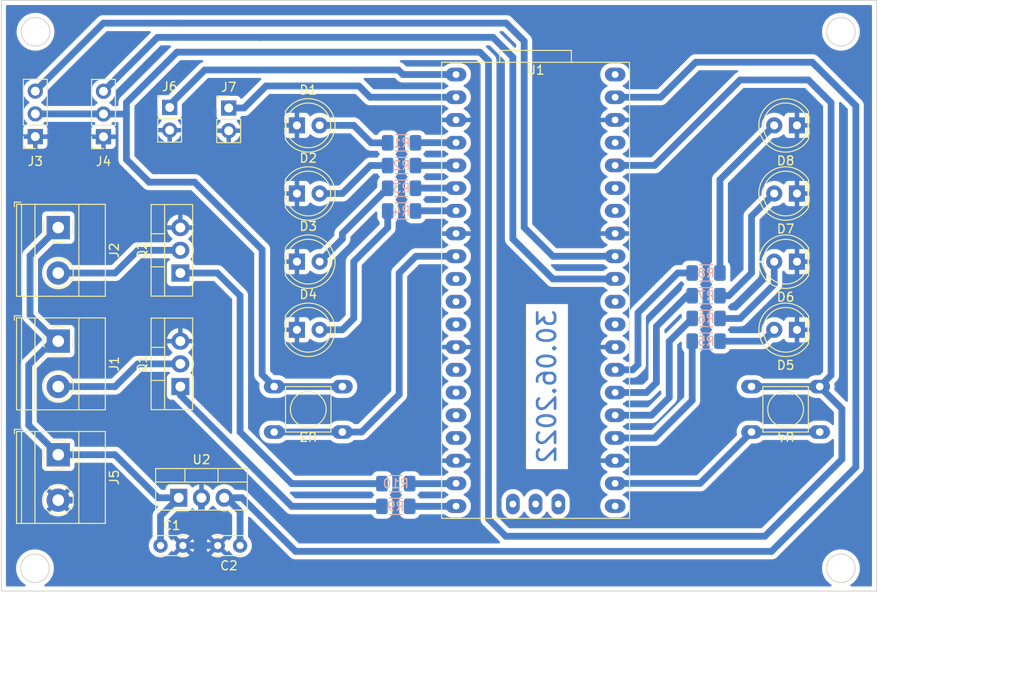
<source format=kicad_pcb>
(kicad_pcb (version 20211014) (generator pcbnew)
  (layers (0 "F.Cu" signal) (31 "B.Cu" signal) (34 "B.Paste" user) (35 "F.Paste" user) (36 "B.SilkS" user "B.Silkscreen") (37 "F.SilkS" user "F.Silkscreen") (38 "B.Mask" user) (39 "F.Mask" user) (44 "Edge.Cuts" user))
  (net 0 "")
  (net 1 "+12V")
  (net 2 "GND")
  (net 3 "+5V")
  (net 4 "Net-(D1-Pad2)")
  (net 5 "Net-(D2-Pad2)")
  (net 6 "Net-(D3-Pad2)")
  (net 7 "Net-(D4-Pad2)")
  (net 8 "Net-(D5-Pad2)")
  (net 9 "Net-(D6-Pad2)")
  (net 10 "Net-(D7-Pad2)")
  (net 11 "Net-(D8-Pad2)")
  (net 12 "Net-(J1-Pad2)")
  (net 13 "Net-(J2-Pad2)")
  (net 14 "+3V3")
  (net 15 "S1")
  (net 16 "Net-(Q1-Pad1)")
  (net 17 "Net-(Q2-Pad1)")
  (net 18 "LED_R1")
  (net 19 "LED_R2")
  (net 20 "LED_R3")
  (net 21 "LED_R4")
  (net 22 "LED_G1")
  (net 23 "LED_G2")
  (net 24 "LED_G3")
  (net 25 "LED_G4")
  (net 26 "BUTTON1")
  (net 27 "BUTTON2")
  (net 39 "WATER_LEVEL_SENSOR1")
  (net 40 "WATER_LEVEL_SENSOR2")
  (net 41 "S2")
  (net 42 "PUMP1")
  (net 43 "PUMP2")
  (footprint "Connector_PinHeader_2.54mm:PinHeader_1x02_P2.54mm_Vertical" (layer "F.Cu") (at 111.511496 72.922386)
    (fp_text reference "J6" (at 0 -2.33) (layer "F.SilkS"))
    (fp_text value "Water level sensor 1")
    (fp_line (start -1.33 3.87) (end 1.33 3.87) (layer "F.SilkS") (width 0.12))
    (fp_line (start 1.33 1.27) (end 1.33 3.87) (layer "F.SilkS") (width 0.12))
    (fp_line (start -1.33 1.27) (end -1.33 3.87) (layer "F.SilkS") (width 0.12))
    (fp_line (start -1.33 1.27) (end 1.33 1.27) (layer "F.SilkS") (width 0.12))
    (fp_line (start -1.33 -1.33) (end 0 -1.33) (layer "F.SilkS") (width 0.12))
    (fp_line (start -1.33 0) (end -1.33 -1.33) (layer "F.SilkS") (width 0.12))
    (pad "1" thru_hole rect (at 0 0) (size 1.7 1.7) (drill 1) (layers *.Cu *.Mask) (net 39 "WATER_LEVEL_SENSOR1"))
    (pad "2" thru_hole oval (at 0 2.54) (size 1.7 1.7) (drill 1) (layers *.Cu *.Mask) (net 2 "GND"))
  )
  (footprint "Capacitor_THT:C_Disc_D3.0mm_W2.0mm_P2.50mm" (layer "F.Cu") (at 110.49 121.92)
    (fp_text reference "C1" (at 1.25 -2.25) (layer "F.SilkS"))
    (fp_text value "100u")
    (fp_line (start -0.37 -1.12) (end 2.87 -1.12) (layer "F.SilkS") (width 0.12))
    (fp_line (start -0.37 1.12) (end 2.87 1.12) (layer "F.SilkS") (width 0.12))
    (fp_line (start 2.87 1.055) (end 2.87 1.12) (layer "F.SilkS") (width 0.12))
    (fp_line (start -0.37 -1.12) (end -0.37 -1.055) (layer "F.SilkS") (width 0.12))
    (fp_line (start -0.37 1.055) (end -0.37 1.12) (layer "F.SilkS") (width 0.12))
    (fp_line (start 2.87 -1.12) (end 2.87 -1.055) (layer "F.SilkS") (width 0.12))
    (pad "1" thru_hole circle (at 0 0) (size 1.6 1.6) (drill 0.8) (layers *.Cu *.Mask) (net 1 "+12V"))
    (pad "2" thru_hole circle (at 2.5 0) (size 1.6 1.6) (drill 0.8) (layers *.Cu *.Mask) (net 2 "GND"))
  )
  (footprint "RaspberryPi:raspberry pi pico" (layer "F.Cu") (at 152.4 69.245)
    (fp_text reference "U1" (at 0 -0.5 unlocked) (layer "F.SilkS"))
    (fp_text value "pi pico")
    (fp_line (start -4 -2.7) (end 4 -2.7) (layer "F.SilkS") (width 0.12))
    (fp_line (start -4 -1.37) (end -4 -2.7) (layer "F.SilkS") (width 0.12))
    (fp_line (start 4 -2.7) (end 4 -1.37) (layer "F.SilkS") (width 0.12))
    (fp_rect (start -10.5 -1.37) (end 10.5 49.63) (layer "F.SilkS") (width 0.12) (fill none))
    (pad "1" thru_hole oval (at -8.89 0) (size 2.3 1.524) (drill 0.762) (layers *.Cu *.Mask) (net 39 "WATER_LEVEL_SENSOR1"))
    (pad "2" thru_hole oval (at -8.89 2.54) (size 2.3 1.524) (drill 0.762) (layers *.Cu *.Mask) (net 40 "WATER_LEVEL_SENSOR2"))
    (pad "3" thru_hole oval (at -8.89 5.08) (size 2.3 1.524) (drill 0.762) (layers *.Cu *.Mask) (net 2 "GND"))
    (pad "4" thru_hole oval (at -8.89 7.62) (size 2.3 1.524) (drill 0.762) (layers *.Cu *.Mask) (net 18 "LED_R1"))
    (pad "5" thru_hole oval (at -8.89 10.16) (size 2.3 1.524) (drill 0.762) (layers *.Cu *.Mask) (net 19 "LED_R2"))
    (pad "6" thru_hole oval (at -8.89 12.7) (size 2.3 1.524) (drill 0.762) (layers *.Cu *.Mask) (net 20 "LED_R3"))
    (pad "7" thru_hole oval (at -8.89 15.24) (size 2.3 1.524) (drill 0.762) (layers *.Cu *.Mask) (net 21 "LED_R4"))
    (pad "8" thru_hole oval (at -8.89 17.78) (size 2.3 1.524) (drill 0.762) (layers *.Cu *.Mask) (net 2 "GND"))
    (pad "9" thru_hole oval (at -8.89 20.32) (size 2.3 1.524) (drill 0.762) (layers *.Cu *.Mask) (net 26 "BUTTON1"))
    (pad "10" thru_hole oval (at -8.89 22.86) (size 2.3 1.524) (drill 0.762) (layers *.Cu *.Mask))
    (pad "11" thru_hole oval (at -8.89 25.4) (size 2.3 1.524) (drill 0.762) (layers *.Cu *.Mask))
    (pad "12" thru_hole oval (at -8.89 27.94) (size 2.3 1.524) (drill 0.762) (layers *.Cu *.Mask))
    (pad "13" thru_hole oval (at -8.89 30.48) (size 2.3 1.524) (drill 0.762) (layers *.Cu *.Mask) (net 2 "GND"))
    (pad "14" thru_hole oval (at -8.89 33.02) (size 2.3 1.524) (drill 0.762) (layers *.Cu *.Mask))
    (pad "15" thru_hole oval (at -8.89 35.56) (size 2.3 1.524) (drill 0.762) (layers *.Cu *.Mask))
    (pad "16" thru_hole oval (at -8.89 38.1) (size 2.3 1.524) (drill 0.762) (layers *.Cu *.Mask))
    (pad "17" thru_hole oval (at -8.89 40.64) (size 2.3 1.524) (drill 0.762) (layers *.Cu *.Mask))
    (pad "18" thru_hole oval (at -8.89 43.18) (size 2.3 1.524) (drill 0.762) (layers *.Cu *.Mask) (net 2 "GND"))
    (pad "19" thru_hole oval (at -8.89 45.72) (size 2.3 1.524) (drill 0.762) (layers *.Cu *.Mask) (net 43 "PUMP2"))
    (pad "20" thru_hole oval (at -8.89 48.26) (size 2.3 1.524) (drill 0.762) (layers *.Cu *.Mask) (net 42 "PUMP1"))
    (pad "21" thru_hole oval (at 8.89 48.26) (size 2.3 1.524) (drill 0.762) (layers *.Cu *.Mask))
    (pad "22" thru_hole oval (at 8.89 45.72) (size 2.3 1.524) (drill 0.762) (layers *.Cu *.Mask) (net 27 "BUTTON2"))
    (pad "23" thru_hole oval (at 8.89 43.18) (size 2.3 1.524) (drill 0.762) (layers *.Cu *.Mask) (net 2 "GND"))
    (pad "24" thru_hole oval (at 8.89 40.64) (size 2.3 1.524) (drill 0.762) (layers *.Cu *.Mask) (net 22 "LED_G1"))
    (pad "25" thru_hole oval (at 8.89 38.1) (size 2.3 1.524) (drill 0.762) (layers *.Cu *.Mask) (net 23 "LED_G2"))
    (pad "26" thru_hole oval (at 8.89 35.56) (size 2.3 1.524) (drill 0.762) (layers *.Cu *.Mask) (net 24 "LED_G3"))
    (pad "27" thru_hole oval (at 8.89 33.02) (size 2.3 1.524) (drill 0.762) (layers *.Cu *.Mask) (net 25 "LED_G4"))
    (pad "28" thru_hole oval (at 8.89 30.48) (size 2.3 1.524) (drill 0.762) (layers *.Cu *.Mask) (net 2 "GND"))
    (pad "29" thru_hole oval (at 8.89 27.94) (size 2.3 1.524) (drill 0.762) (layers *.Cu *.Mask))
    (pad "30" thru_hole oval (at 8.89 25.4) (size 2.3 1.524) (drill 0.762) (layers *.Cu *.Mask))
    (pad "31" thru_hole oval (at 8.89 22.86) (size 2.3 1.524) (drill 0.762) (layers *.Cu *.Mask) (net 41 "S2"))
    (pad "32" thru_hole oval (at 8.89 20.32) (size 2.3 1.524) (drill 0.762) (layers *.Cu *.Mask) (net 15 "S1"))
    (pad "33" thru_hole oval (at 8.89 17.78) (size 2.3 1.524) (drill 0.762) (layers *.Cu *.Mask) (net 2 "GND"))
    (pad "34" thru_hole oval (at 8.89 15.24) (size 2.3 1.524) (drill 0.762) (layers *.Cu *.Mask))
    (pad "35" thru_hole oval (at 8.89 12.7) (size 2.3 1.524) (drill 0.762) (layers *.Cu *.Mask))
    (pad "36" thru_hole oval (at 8.89 10.16) (size 2.3 1.524) (drill 0.762) (layers *.Cu *.Mask) (net 14 "+3V3"))
    (pad "37" thru_hole oval (at 8.89 7.62) (size 2.3 1.524) (drill 0.762) (layers *.Cu *.Mask))
    (pad "38" thru_hole oval (at 8.89 5.08) (size 2.3 1.524) (drill 0.762) (layers *.Cu *.Mask) (net 2 "GND"))
    (pad "39" thru_hole oval (at 8.89 2.54) (size 2.3 1.524) (drill 0.762) (layers *.Cu *.Mask) (net 3 "+5V"))
    (pad "40" thru_hole oval (at 8.89 0) (size 2.3 1.524) (drill 0.762) (layers *.Cu *.Mask))
    (pad "41" thru_hole oval (at -2.54 48.03 90) (size 2.3 1.524) (drill 0.762) (layers *.Cu *.Mask))
    (pad "42" thru_hole oval (at 0 48.03 90) (size 2.3 1.524) (drill 0.762) (layers *.Cu *.Mask))
    (pad "43" thru_hole oval (at 2.54 48.03 90) (size 2.3 1.524) (drill 0.762) (layers *.Cu *.Mask))
  )
  (footprint "TerminalBlock_Phoenix:TerminalBlock_Phoenix_MKDS-1,5-2-5.08_1x02_P5.08mm_Horizontal" (layer "F.Cu") (at 99.06 99.06 -90)
    (fp_text reference "J1" (at 2.54 -6.26 90) (layer "F.SilkS"))
    (fp_text value "P1")
    (fp_line (start -2.6 -5.261) (end 7.68 -5.261) (layer "F.SilkS") (width 0.12))
    (fp_line (start 4.046 1.239) (end 4.011 1.274) (layer "F.SilkS") (width 0.12))
    (fp_line (start -2.6 -5.261) (end -2.6 4.66) (layer "F.SilkS") (width 0.12))
    (fp_line (start -2.6 2.6) (end 7.68 2.6) (layer "F.SilkS") (width 0.12))
    (fp_line (start 3.853 1.023) (end 3.806 1.069) (layer "F.SilkS") (width 0.12))
    (fp_line (start -2.84 4.16) (end -2.84 4.9) (layer "F.SilkS") (width 0.12))
    (fp_line (start -2.6 -2.301) (end 7.68 -2.301) (layer "F.SilkS") (width 0.12))
    (fp_line (start -2.6 4.1) (end 7.68 4.1) (layer "F.SilkS") (width 0.12))
    (fp_line (start 7.68 -5.261) (end 7.68 4.66) (layer "F.SilkS") (width 0.12))
    (fp_line (start -2.84 4.9) (end -2.34 4.9) (layer "F.SilkS") (width 0.12))
    (fp_line (start -2.6 4.66) (end 7.68 4.66) (layer "F.SilkS") (width 0.12))
    (fp_line (start 6.15 -1.275) (end 6.115 -1.239) (layer "F.SilkS") (width 0.12))
    (fp_line (start 6.355 -1.069) (end 6.308 -1.023) (layer "F.SilkS") (width 0.12))
    (fp_arc (start 1.535427 -0.683042) (mid 1.680501 0.000524) (end 1.535 0.684) (layer "F.SilkS") (width 0.12))
    (fp_arc (start 0.683318 1.534756) (mid 0.349292 1.643288) (end 0 1.68) (layer "F.SilkS") (width 0.12))
    (fp_arc (start 0.028805 1.680253) (mid -0.335551 1.646659) (end -0.684 1.535) (layer "F.SilkS") (width 0.12))
    (fp_arc (start -0.683042 -1.535427) (mid 0.000524 -1.680501) (end 0.684 -1.535) (layer "F.SilkS") (width 0.12))
    (fp_arc (start -1.535427 0.683042) (mid -1.680501 -0.000524) (end -1.535 -0.684) (layer "F.SilkS") (width 0.12))
    (fp_circle (center 5.08 0) (end 6.76 0) (layer "F.SilkS") (width 0.12) (fill none))
    (pad "1" thru_hole rect (at 0 0 270) (size 2.6 2.6) (drill 1.3) (layers *.Cu *.Mask) (net 1 "+12V"))
    (pad "2" thru_hole circle (at 5.08 0 270) (size 2.6 2.6) (drill 1.3) (layers *.Cu *.Mask) (net 12 "Net-(J1-Pad2)"))
  )
  (footprint "Package_TO_SOT_THT:TO-220-3_Vertical" (layer "F.Cu") (at 112.705 104.14 90)
    (fp_text reference "Q1" (at 2.54 -4.27 90) (layer "F.SilkS"))
    (fp_text value "IRFZ44N")
    (fp_line (start -2.58 1.371) (end 7.66 1.371) (layer "F.SilkS") (width 0.12))
    (fp_line (start 0.69 -3.27) (end 0.69 -1.76) (layer "F.SilkS") (width 0.12))
    (fp_line (start -2.58 -1.76) (end 7.66 -1.76) (layer "F.SilkS") (width 0.12))
    (fp_line (start 7.66 -3.27) (end 7.66 1.371) (layer "F.SilkS") (width 0.12))
    (fp_line (start -2.58 -3.27) (end -2.58 1.371) (layer "F.SilkS") (width 0.12))
    (fp_line (start 4.391 -3.27) (end 4.391 -1.76) (layer "F.SilkS") (width 0.12))
    (fp_line (start -2.58 -3.27) (end 7.66 -3.27) (layer "F.SilkS") (width 0.12))
    (pad "1" thru_hole rect (at 0 0 90) (size 1.905 2) (drill 1.1) (layers *.Cu *.Mask) (net 16 "Net-(Q1-Pad1)"))
    (pad "2" thru_hole oval (at 2.54 0 90) (size 1.905 2) (drill 1.1) (layers *.Cu *.Mask) (net 12 "Net-(J1-Pad2)"))
    (pad "3" thru_hole oval (at 5.08 0 90) (size 1.905 2) (drill 1.1) (layers *.Cu *.Mask) (net 2 "GND"))
  )
  (footprint "Connector_PinHeader_2.54mm:PinHeader_1x02_P2.54mm_Vertical" (layer "F.Cu") (at 118.11 72.986714)
    (fp_text reference "J7" (at 0 -2.33) (layer "F.SilkS"))
    (fp_text value "Water level sensor 2")
    (fp_line (start -1.33 1.27) (end 1.33 1.27) (layer "F.SilkS") (width 0.12))
    (fp_line (start -1.33 1.27) (end -1.33 3.87) (layer "F.SilkS") (width 0.12))
    (fp_line (start 1.33 1.27) (end 1.33 3.87) (layer "F.SilkS") (width 0.12))
    (fp_line (start -1.33 3.87) (end 1.33 3.87) (layer "F.SilkS") (width 0.12))
    (fp_line (start -1.33 -1.33) (end 0 -1.33) (layer "F.SilkS") (width 0.12))
    (fp_line (start -1.33 0) (end -1.33 -1.33) (layer "F.SilkS") (width 0.12))
    (pad "1" thru_hole rect (at 0 0) (size 1.7 1.7) (drill 1) (layers *.Cu *.Mask) (net 40 "WATER_LEVEL_SENSOR2"))
    (pad "2" thru_hole oval (at 0 2.54) (size 1.7 1.7) (drill 1) (layers *.Cu *.Mask) (net 2 "GND"))
  )
  (footprint "TerminalBlock_Phoenix:TerminalBlock_Phoenix_MKDS-1,5-2-5.08_1x02_P5.08mm_Horizontal" (layer "F.Cu") (at 99.06 86.36 -90)
    (fp_text reference "J2" (at 2.54 -6.26 90) (layer "F.SilkS"))
    (fp_text value "P2")
    (fp_line (start -2.6 4.1) (end 7.68 4.1) (layer "F.SilkS") (width 0.12))
    (fp_line (start 7.68 -5.261) (end 7.68 4.66) (layer "F.SilkS") (width 0.12))
    (fp_line (start 3.853 1.023) (end 3.806 1.069) (layer "F.SilkS") (width 0.12))
    (fp_line (start -2.6 -2.301) (end 7.68 -2.301) (layer "F.SilkS") (width 0.12))
    (fp_line (start -2.6 -5.261) (end 7.68 -5.261) (layer "F.SilkS") (width 0.12))
    (fp_line (start 4.046 1.239) (end 4.011 1.274) (layer "F.SilkS") (width 0.12))
    (fp_line (start -2.6 2.6) (end 7.68 2.6) (layer "F.SilkS") (width 0.12))
    (fp_line (start 6.15 -1.275) (end 6.115 -1.239) (layer "F.SilkS") (width 0.12))
    (fp_line (start -2.6 4.66) (end 7.68 4.66) (layer "F.SilkS") (width 0.12))
    (fp_line (start -2.6 -5.261) (end -2.6 4.66) (layer "F.SilkS") (width 0.12))
    (fp_line (start -2.84 4.9) (end -2.34 4.9) (layer "F.SilkS") (width 0.12))
    (fp_line (start 6.355 -1.069) (end 6.308 -1.023) (layer "F.SilkS") (width 0.12))
    (fp_line (start -2.84 4.16) (end -2.84 4.9) (layer "F.SilkS") (width 0.12))
    (fp_arc (start 0.028805 1.680253) (mid -0.335551 1.646659) (end -0.684 1.535) (layer "F.SilkS") (width 0.12))
    (fp_arc (start -0.683042 -1.535427) (mid 0.000524 -1.680501) (end 0.684 -1.535) (layer "F.SilkS") (width 0.12))
    (fp_arc (start 1.535427 -0.683042) (mid 1.680501 0.000524) (end 1.535 0.684) (layer "F.SilkS") (width 0.12))
    (fp_arc (start -1.535427 0.683042) (mid -1.680501 -0.000524) (end -1.535 -0.684) (layer "F.SilkS") (width 0.12))
    (fp_arc (start 0.683318 1.534756) (mid 0.349292 1.643288) (end 0 1.68) (layer "F.SilkS") (width 0.12))
    (fp_circle (center 5.08 0) (end 6.76 0) (layer "F.SilkS") (width 0.12) (fill none))
    (pad "1" thru_hole rect (at 0 0 270) (size 2.6 2.6) (drill 1.3) (layers *.Cu *.Mask) (net 1 "+12V"))
    (pad "2" thru_hole circle (at 5.08 0 270) (size 2.6 2.6) (drill 1.3) (layers *.Cu *.Mask) (net 13 "Net-(J2-Pad2)"))
  )
  (footprint "TerminalBlock_Phoenix:TerminalBlock_Phoenix_MKDS-1,5-2-5.08_1x02_P5.08mm_Horizontal" (layer "F.Cu") (at 99.06 111.76 -90)
    (fp_text reference "J5" (at 2.54 -6.26 90) (layer "F.SilkS"))
    (fp_text value "IN")
    (fp_line (start -2.84 4.16) (end -2.84 4.9) (layer "F.SilkS") (width 0.12))
    (fp_line (start -2.6 4.66) (end 7.68 4.66) (layer "F.SilkS") (width 0.12))
    (fp_line (start -2.84 4.9) (end -2.34 4.9) (layer "F.SilkS") (width 0.12))
    (fp_line (start 4.046 1.239) (end 4.011 1.274) (layer "F.SilkS") (width 0.12))
    (fp_line (start 6.15 -1.275) (end 6.115 -1.239) (layer "F.SilkS") (width 0.12))
    (fp_line (start -2.6 -2.301) (end 7.68 -2.301) (layer "F.SilkS") (width 0.12))
    (fp_line (start -2.6 2.6) (end 7.68 2.6) (layer "F.SilkS") (width 0.12))
    (fp_line (start -2.6 -5.261) (end -2.6 4.66) (layer "F.SilkS") (width 0.12))
    (fp_line (start -2.6 -5.261) (end 7.68 -5.261) (layer "F.SilkS") (width 0.12))
    (fp_line (start -2.6 4.1) (end 7.68 4.1) (layer "F.SilkS") (width 0.12))
    (fp_line (start 3.853 1.023) (end 3.806 1.069) (layer "F.SilkS") (width 0.12))
    (fp_line (start 7.68 -5.261) (end 7.68 4.66) (layer "F.SilkS") (width 0.12))
    (fp_line (start 6.355 -1.069) (end 6.308 -1.023) (layer "F.SilkS") (width 0.12))
    (fp_arc (start 1.535427 -0.683042) (mid 1.680501 0.000524) (end 1.535 0.684) (layer "F.SilkS") (width 0.12))
    (fp_arc (start -1.535427 0.683042) (mid -1.680501 -0.000524) (end -1.535 -0.684) (layer "F.SilkS") (width 0.12))
    (fp_arc (start 0.028805 1.680253) (mid -0.335551 1.646659) (end -0.684 1.535) (layer "F.SilkS") (width 0.12))
    (fp_arc (start -0.683042 -1.535427) (mid 0.000524 -1.680501) (end 0.684 -1.535) (layer "F.SilkS") (width 0.12))
    (fp_arc (start 0.683318 1.534756) (mid 0.349292 1.643288) (end 0 1.68) (layer "F.SilkS") (width 0.12))
    (fp_circle (center 5.08 0) (end 6.76 0) (layer "F.SilkS") (width 0.12) (fill none))
    (pad "1" thru_hole rect (at 0 0 270) (size 2.6 2.6) (drill 1.3) (layers *.Cu *.Mask) (net 1 "+12V"))
    (pad "2" thru_hole circle (at 5.08 0 270) (size 2.6 2.6) (drill 1.3) (layers *.Cu *.Mask) (net 2 "GND"))
  )
  (footprint "LED_THT:LED_D5.0mm" (layer "F.Cu") (at 181.61 82.55 180)
    (fp_text reference "D7" (at 1.27 -3.96) (layer "F.SilkS"))
    (fp_text value "LED")
    (fp_line (start -1.29 -1.545) (end -1.29 1.545) (layer "F.SilkS") (width 0.12))
    (fp_arc (start -1.29 -1.54483) (mid 2.072002 -2.880433) (end 4.26 0.000462) (layer "F.SilkS") (width 0.12))
    (fp_arc (start 4.26 -0.000462) (mid 2.072002 2.880433) (end -1.29 1.54483) (layer "F.SilkS") (width 0.12))
    (fp_circle (center 1.27 0) (end 3.77 0) (layer "F.SilkS") (width 0.12) (fill none))
    (pad "1" thru_hole rect (at 0 0 180) (size 1.8 1.8) (drill 0.9) (layers *.Cu *.Mask) (net 2 "GND"))
    (pad "2" thru_hole circle (at 2.54 0 180) (size 1.8 1.8) (drill 0.9) (layers *.Cu *.Mask) (net 10 "Net-(D7-Pad2)"))
  )
  (footprint "Connector_PinSocket_2.54mm:PinSocket_1x03_P2.54mm_Vertical" (layer "F.Cu") (at 104.115 76.2 180)
    (fp_text reference "J4" (at 0 -2.77) (layer "F.SilkS"))
    (fp_text value "s2")
    (fp_line (start 1.33 -1.33) (end 1.33 0) (layer "F.SilkS") (width 0.12))
    (fp_line (start 1.33 1.27) (end 1.33 6.41) (layer "F.SilkS") (width 0.12))
    (fp_line (start -1.33 6.41) (end 1.33 6.41) (layer "F.SilkS") (width 0.12))
    (fp_line (start 0 -1.33) (end 1.33 -1.33) (layer "F.SilkS") (width 0.12))
    (fp_line (start -1.33 1.27) (end 1.33 1.27) (layer "F.SilkS") (width 0.12))
    (fp_line (start -1.33 1.27) (end -1.33 6.41) (layer "F.SilkS") (width 0.12))
    (pad "1" thru_hole rect (at 0 0 180) (size 1.7 1.7) (drill 1) (layers *.Cu *.Mask) (net 2 "GND"))
    (pad "2" thru_hole oval (at 0 2.54 180) (size 1.7 1.7) (drill 1) (layers *.Cu *.Mask) (net 14 "+3V3"))
    (pad "3" thru_hole oval (at 0 5.08 180) (size 1.7 1.7) (drill 1) (layers *.Cu *.Mask) (net 41 "S2"))
  )
  (footprint "LED_THT:LED_D5.0mm" (layer "F.Cu") (at 181.61 97.79 180)
    (fp_text reference "D5" (at 1.27 -3.96) (layer "F.SilkS"))
    (fp_text value "LED")
    (fp_line (start -1.29 -1.545) (end -1.29 1.545) (layer "F.SilkS") (width 0.12))
    (fp_arc (start -1.29 -1.54483) (mid 2.072002 -2.880433) (end 4.26 0.000462) (layer "F.SilkS") (width 0.12))
    (fp_arc (start 4.26 -0.000462) (mid 2.072002 2.880433) (end -1.29 1.54483) (layer "F.SilkS") (width 0.12))
    (fp_circle (center 1.27 0) (end 3.77 0) (layer "F.SilkS") (width 0.12) (fill none))
    (pad "1" thru_hole rect (at 0 0 180) (size 1.8 1.8) (drill 0.9) (layers *.Cu *.Mask) (net 2 "GND"))
    (pad "2" thru_hole circle (at 2.54 0 180) (size 1.8 1.8) (drill 0.9) (layers *.Cu *.Mask) (net 8 "Net-(D5-Pad2)"))
  )
  (footprint "LED_THT:LED_D5.0mm" (layer "F.Cu") (at 181.61 90.17 180)
    (fp_text reference "D6" (at 1.27 -3.96) (layer "F.SilkS"))
    (fp_text value "LED")
    (fp_line (start -1.29 -1.545) (end -1.29 1.545) (layer "F.SilkS") (width 0.12))
    (fp_arc (start 4.26 -0.000462) (mid 2.072002 2.880433) (end -1.29 1.54483) (layer "F.SilkS") (width 0.12))
    (fp_arc (start -1.29 -1.54483) (mid 2.072002 -2.880433) (end 4.26 0.000462) (layer "F.SilkS") (width 0.12))
    (fp_circle (center 1.27 0) (end 3.77 0) (layer "F.SilkS") (width 0.12) (fill none))
    (pad "1" thru_hole rect (at 0 0 180) (size 1.8 1.8) (drill 0.9) (layers *.Cu *.Mask) (net 2 "GND"))
    (pad "2" thru_hole circle (at 2.54 0 180) (size 1.8 1.8) (drill 0.9) (layers *.Cu *.Mask) (net 9 "Net-(D6-Pad2)"))
  )
  (footprint "LED_THT:LED_D5.0mm" (layer "F.Cu") (at 125.73 82.55)
    (fp_text reference "D2" (at 1.27 -3.96) (layer "F.SilkS"))
    (fp_text value "LED")
    (fp_line (start -1.29 -1.545) (end -1.29 1.545) (layer "F.SilkS") (width 0.12))
    (fp_arc (start -1.29 -1.54483) (mid 2.072002 -2.880433) (end 4.26 0.000462) (layer "F.SilkS") (width 0.12))
    (fp_arc (start 4.26 -0.000462) (mid 2.072002 2.880433) (end -1.29 1.54483) (layer "F.SilkS") (width 0.12))
    (fp_circle (center 1.27 0) (end 3.77 0) (layer "F.SilkS") (width 0.12) (fill none))
    (pad "1" thru_hole rect (at 0 0) (size 1.8 1.8) (drill 0.9) (layers *.Cu *.Mask) (net 2 "GND"))
    (pad "2" thru_hole circle (at 2.54 0) (size 1.8 1.8) (drill 0.9) (layers *.Cu *.Mask) (net 5 "Net-(D2-Pad2)"))
  )
  (footprint "Capacitor_THT:C_Disc_D3.0mm_W2.0mm_P2.50mm" (layer "F.Cu") (at 119.38 121.92 180)
    (fp_text reference "C2" (at 1.25 -2.25) (layer "F.SilkS"))
    (fp_text value "10u")
    (fp_line (start 2.87 -1.12) (end 2.87 -1.055) (layer "F.SilkS") (width 0.12))
    (fp_line (start -0.37 -1.12) (end 2.87 -1.12) (layer "F.SilkS") (width 0.12))
    (fp_line (start -0.37 1.055) (end -0.37 1.12) (layer "F.SilkS") (width 0.12))
    (fp_line (start 2.87 1.055) (end 2.87 1.12) (layer "F.SilkS") (width 0.12))
    (fp_line (start -0.37 -1.12) (end -0.37 -1.055) (layer "F.SilkS") (width 0.12))
    (fp_line (start -0.37 1.12) (end 2.87 1.12) (layer "F.SilkS") (width 0.12))
    (pad "1" thru_hole circle (at 0 0 180) (size 1.6 1.6) (drill 0.8) (layers *.Cu *.Mask) (net 3 "+5V"))
    (pad "2" thru_hole circle (at 2.5 0 180) (size 1.6 1.6) (drill 0.8) (layers *.Cu *.Mask) (net 2 "GND"))
  )
  (footprint "casual_components:tact_switch" (layer "F.Cu") (at 127 109.22 180)
    (fp_text reference "U3" (at 0 -0.5 180 unlocked) (layer "F.SilkS"))
    (fp_text value "tact_switch")
    (fp_line (start -2.54 5.08) (end 2.54 5.08) (layer "F.SilkS") (width 0.12))
    (fp_line (start 2.54 5.08) (end 2.54 0) (layer "F.SilkS") (width 0.12))
    (fp_line (start -2.54 0) (end -2.54 5.08) (layer "F.SilkS") (width 0.12))
    (fp_line (start 2.54 0) (end -2.54 0) (layer "F.SilkS") (width 0.12))
    (fp_circle (center 0 2.54) (end 2 2.54) (layer "F.SilkS") (width 0.12) (fill none))
    (pad "1" thru_hole oval (at -3.81 5.08 180) (size 2.3 1.524) (drill 0.85) (layers *.Cu *.Mask) (net 14 "+3V3"))
    (pad "2" thru_hole oval (at 3.81 5.08 180) (size 2.3 1.524) (drill 0.85) (layers *.Cu *.Mask) (net 14 "+3V3"))
    (pad "3" thru_hole oval (at -3.81 0 180) (size 2.3 1.524) (drill 0.85) (layers *.Cu *.Mask) (net 26 "BUTTON1"))
    (pad "4" thru_hole oval (at 3.81 0 180) (size 2.3 1.524) (drill 0.85) (layers *.Cu *.Mask) (net 26 "BUTTON1"))
  )
  (footprint "LED_THT:LED_D5.0mm" (layer "F.Cu") (at 125.73 97.79)
    (fp_text reference "D4" (at 1.27 -3.96) (layer "F.SilkS"))
    (fp_text value "LED")
    (fp_line (start -1.29 -1.545) (end -1.29 1.545) (layer "F.SilkS") (width 0.12))
    (fp_arc (start -1.29 -1.54483) (mid 2.072002 -2.880433) (end 4.26 0.000462) (layer "F.SilkS") (width 0.12))
    (fp_arc (start 4.26 -0.000462) (mid 2.072002 2.880433) (end -1.29 1.54483) (layer "F.SilkS") (width 0.12))
    (fp_circle (center 1.27 0) (end 3.77 0) (layer "F.SilkS") (width 0.12) (fill none))
    (pad "1" thru_hole rect (at 0 0) (size 1.8 1.8) (drill 0.9) (layers *.Cu *.Mask) (net 2 "GND"))
    (pad "2" thru_hole circle (at 2.54 0) (size 1.8 1.8) (drill 0.9) (layers *.Cu *.Mask) (net 7 "Net-(D4-Pad2)"))
  )
  (footprint "Connector_PinSocket_2.54mm:PinSocket_1x03_P2.54mm_Vertical" (layer "F.Cu") (at 96.495 76.185 180)
    (fp_text reference "J3" (at 0 -2.77) (layer "F.SilkS"))
    (fp_text value "s1")
    (fp_line (start -1.33 6.41) (end 1.33 6.41) (layer "F.SilkS") (width 0.12))
    (fp_line (start 1.33 -1.33) (end 1.33 0) (layer "F.SilkS") (width 0.12))
    (fp_line (start 1.33 1.27) (end 1.33 6.41) (layer "F.SilkS") (width 0.12))
    (fp_line (start -1.33 1.27) (end -1.33 6.41) (layer "F.SilkS") (width 0.12))
    (fp_line (start -1.33 1.27) (end 1.33 1.27) (layer "F.SilkS") (width 0.12))
    (fp_line (start 0 -1.33) (end 1.33 -1.33) (layer "F.SilkS") (width 0.12))
    (pad "1" thru_hole rect (at 0 0 180) (size 1.7 1.7) (drill 1) (layers *.Cu *.Mask) (net 2 "GND"))
    (pad "2" thru_hole oval (at 0 2.54 180) (size 1.7 1.7) (drill 1) (layers *.Cu *.Mask) (net 14 "+3V3"))
    (pad "3" thru_hole oval (at 0 5.08 180) (size 1.7 1.7) (drill 1) (layers *.Cu *.Mask) (net 15 "S1"))
  )
  (footprint "LED_THT:LED_D5.0mm" (layer "F.Cu") (at 125.73 74.93)
    (fp_text reference "D1" (at 1.27 -3.96) (layer "F.SilkS"))
    (fp_text value "LED")
    (fp_line (start -1.29 -1.545) (end -1.29 1.545) (layer "F.SilkS") (width 0.12))
    (fp_arc (start -1.29 -1.54483) (mid 2.072002 -2.880433) (end 4.26 0.000462) (layer "F.SilkS") (width 0.12))
    (fp_arc (start 4.26 -0.000462) (mid 2.072002 2.880433) (end -1.29 1.54483) (layer "F.SilkS") (width 0.12))
    (fp_circle (center 1.27 0) (end 3.77 0) (layer "F.SilkS") (width 0.12) (fill none))
    (pad "1" thru_hole rect (at 0 0) (size 1.8 1.8) (drill 0.9) (layers *.Cu *.Mask) (net 2 "GND"))
    (pad "2" thru_hole circle (at 2.54 0) (size 1.8 1.8) (drill 0.9) (layers *.Cu *.Mask) (net 4 "Net-(D1-Pad2)"))
  )
  (footprint "Package_TO_SOT_THT:TO-220-3_Vertical" (layer "F.Cu") (at 112.705 91.44 90)
    (fp_text reference "Q2" (at 2.54 -4.27 90) (layer "F.SilkS"))
    (fp_text value "IRFZ44N")
    (fp_line (start -2.58 -1.76) (end 7.66 -1.76) (layer "F.SilkS") (width 0.12))
    (fp_line (start -2.58 -3.27) (end -2.58 1.371) (layer "F.SilkS") (width 0.12))
    (fp_line (start 7.66 -3.27) (end 7.66 1.371) (layer "F.SilkS") (width 0.12))
    (fp_line (start 4.391 -3.27) (end 4.391 -1.76) (layer "F.SilkS") (width 0.12))
    (fp_line (start 0.69 -3.27) (end 0.69 -1.76) (layer "F.SilkS") (width 0.12))
    (fp_line (start -2.58 1.371) (end 7.66 1.371) (layer "F.SilkS") (width 0.12))
    (fp_line (start -2.58 -3.27) (end 7.66 -3.27) (layer "F.SilkS") (width 0.12))
    (pad "1" thru_hole rect (at 0 0 90) (size 1.905 2) (drill 1.1) (layers *.Cu *.Mask) (net 17 "Net-(Q2-Pad1)"))
    (pad "2" thru_hole oval (at 2.54 0 90) (size 1.905 2) (drill 1.1) (layers *.Cu *.Mask) (net 13 "Net-(J2-Pad2)"))
    (pad "3" thru_hole oval (at 5.08 0 90) (size 1.905 2) (drill 1.1) (layers *.Cu *.Mask) (net 2 "GND"))
  )
  (footprint "LED_THT:LED_D5.0mm" (layer "F.Cu") (at 181.61 74.93 180)
    (fp_text reference "D8" (at 1.27 -3.96) (layer "F.SilkS"))
    (fp_text value "LED")
    (fp_line (start -1.29 -1.545) (end -1.29 1.545) (layer "F.SilkS") (width 0.12))
    (fp_arc (start -1.29 -1.54483) (mid 2.072002 -2.880433) (end 4.26 0.000462) (layer "F.SilkS") (width 0.12))
    (fp_arc (start 4.26 -0.000462) (mid 2.072002 2.880433) (end -1.29 1.54483) (layer "F.SilkS") (width 0.12))
    (fp_circle (center 1.27 0) (end 3.77 0) (layer "F.SilkS") (width 0.12) (fill none))
    (pad "1" thru_hole rect (at 0 0 180) (size 1.8 1.8) (drill 0.9) (layers *.Cu *.Mask) (net 2 "GND"))
    (pad "2" thru_hole circle (at 2.54 0 180) (size 1.8 1.8) (drill 0.9) (layers *.Cu *.Mask) (net 11 "Net-(D8-Pad2)"))
  )
  (footprint "Package_TO_SOT_THT:TO-220-3_Vertical" (layer "F.Cu") (at 112.525728 116.575321)
    (fp_text reference "U2" (at 2.54 -4.27) (layer "F.SilkS"))
    (fp_text value "L7805")
    (fp_line (start 7.66 -3.27) (end 7.66 1.371) (layer "F.SilkS") (width 0.12))
    (fp_line (start 0.69 -3.27) (end 0.69 -1.76) (layer "F.SilkS") (width 0.12))
    (fp_line (start -2.58 -1.76) (end 7.66 -1.76) (layer "F.SilkS") (width 0.12))
    (fp_line (start 4.391 -3.27) (end 4.391 -1.76) (layer "F.SilkS") (width 0.12))
    (fp_line (start -2.58 -3.27) (end -2.58 1.371) (layer "F.SilkS") (width 0.12))
    (fp_line (start -2.58 1.371) (end 7.66 1.371) (layer "F.SilkS") (width 0.12))
    (fp_line (start -2.58 -3.27) (end 7.66 -3.27) (layer "F.SilkS") (width 0.12))
    (pad "1" thru_hole rect (at 0 0) (size 1.905 2) (drill 1.1) (layers *.Cu *.Mask) (net 1 "+12V"))
    (pad "2" thru_hole oval (at 2.54 0) (size 1.905 2) (drill 1.1) (layers *.Cu *.Mask) (net 2 "GND"))
    (pad "3" thru_hole oval (at 5.08 0) (size 1.905 2) (drill 1.1) (layers *.Cu *.Mask) (net 3 "+5V"))
  )
  (footprint "casual_components:tact_switch" (layer "F.Cu") (at 180.34 109.22 180)
    (fp_text reference "U4" (at 0 -0.5 180 unlocked) (layer "F.SilkS"))
    (fp_text value "tact_switch")
    (fp_line (start 2.54 0) (end -2.54 0) (layer "F.SilkS") (width 0.12))
    (fp_line (start -2.54 0) (end -2.54 5.08) (layer "F.SilkS") (width 0.12))
    (fp_line (start -2.54 5.08) (end 2.54 5.08) (layer "F.SilkS") (width 0.12))
    (fp_line (start 2.54 5.08) (end 2.54 0) (layer "F.SilkS") (width 0.12))
    (fp_circle (center 0 2.54) (end 2 2.54) (layer "F.SilkS") (width 0.12) (fill none))
    (pad "1" thru_hole oval (at -3.81 5.08 180) (size 2.3 1.524) (drill 0.85) (layers *.Cu *.Mask) (net 14 "+3V3"))
    (pad "2" thru_hole oval (at 3.81 5.08 180) (size 2.3 1.524) (drill 0.85) (layers *.Cu *.Mask) (net 14 "+3V3"))
    (pad "3" thru_hole oval (at -3.81 0 180) (size 2.3 1.524) (drill 0.85) (layers *.Cu *.Mask) (net 27 "BUTTON2"))
    (pad "4" thru_hole oval (at 3.81 0 180) (size 2.3 1.524) (drill 0.85) (layers *.Cu *.Mask) (net 27 "BUTTON2"))
  )
  (footprint "LED_THT:LED_D5.0mm" (layer "F.Cu") (at 125.73 90.17)
    (fp_text reference "D3" (at 1.27 -3.96) (layer "F.SilkS"))
    (fp_text value "LED")
    (fp_line (start -1.29 -1.545) (end -1.29 1.545) (layer "F.SilkS") (width 0.12))
    (fp_arc (start -1.29 -1.54483) (mid 2.072002 -2.880433) (end 4.26 0.000462) (layer "F.SilkS") (width 0.12))
    (fp_arc (start 4.26 -0.000462) (mid 2.072002 2.880433) (end -1.29 1.54483) (layer "F.SilkS") (width 0.12))
    (fp_circle (center 1.27 0) (end 3.77 0) (layer "F.SilkS") (width 0.12) (fill none))
    (pad "1" thru_hole rect (at 0 0) (size 1.8 1.8) (drill 0.9) (layers *.Cu *.Mask) (net 2 "GND"))
    (pad "2" thru_hole circle (at 2.54 0) (size 1.8 1.8) (drill 0.9) (layers *.Cu *.Mask) (net 6 "Net-(D3-Pad2)"))
  )
  (footprint "Resistor_SMD:R_1206_3216Metric_Pad1.30x1.75mm_HandSolder" (layer "B.Cu") (at 137.424001 79.421503 180)
    (fp_text reference "R2" (at 0 0) (layer "B.SilkS") (effects (justify mirror)))
    (fp_text value "330")
    (fp_line (start -0.727064 0.91) (end 0.727064 0.91) (layer "B.SilkS") (width 0.12))
    (fp_line (start -0.727064 -0.91) (end 0.727064 -0.91) (layer "B.SilkS") (width 0.12))
    (pad "1" smd roundrect (at -1.55 0 180) (size 1.3 1.75) (layers "B.Cu" "B.Paste" "B.Mask") (roundrect_rratio 0.192308) (net 19 "LED_R2"))
    (pad "2" smd roundrect (at 1.55 0 180) (size 1.3 1.75) (layers "B.Cu" "B.Paste" "B.Mask") (roundrect_rratio 0.192308) (net 5 "Net-(D2-Pad2)"))
  )
  (footprint "Resistor_SMD:R_1206_3216Metric_Pad1.30x1.75mm_HandSolder" (layer "B.Cu") (at 171.45 99.06)
    (fp_text reference "R5" (at 0 0) (layer "B.SilkS") (effects (justify mirror)))
    (fp_text value "250")
    (fp_line (start -0.727064 0.91) (end 0.727064 0.91) (layer "B.SilkS") (width 0.12))
    (fp_line (start -0.727064 -0.91) (end 0.727064 -0.91) (layer "B.SilkS") (width 0.12))
    (pad "1" smd roundrect (at -1.55 0) (size 1.3 1.75) (layers "B.Cu" "B.Paste" "B.Mask") (roundrect_rratio 0.192308) (net 22 "LED_G1"))
    (pad "2" smd roundrect (at 1.55 0) (size 1.3 1.75) (layers "B.Cu" "B.Paste" "B.Mask") (roundrect_rratio 0.192308) (net 8 "Net-(D5-Pad2)"))
  )
  (footprint "Resistor_SMD:R_1206_3216Metric_Pad1.30x1.75mm_HandSolder" (layer "B.Cu") (at 171.45 93.98)
    (fp_text reference "R7" (at 0 0) (layer "B.SilkS") (effects (justify mirror)))
    (fp_text value "250")
    (fp_line (start -0.727064 0.91) (end 0.727064 0.91) (layer "B.SilkS") (width 0.12))
    (fp_line (start -0.727064 -0.91) (end 0.727064 -0.91) (layer "B.SilkS") (width 0.12))
    (pad "1" smd roundrect (at -1.55 0) (size 1.3 1.75) (layers "B.Cu" "B.Paste" "B.Mask") (roundrect_rratio 0.192308) (net 24 "LED_G3"))
    (pad "2" smd roundrect (at 1.55 0) (size 1.3 1.75) (layers "B.Cu" "B.Paste" "B.Mask") (roundrect_rratio 0.192308) (net 10 "Net-(D7-Pad2)"))
  )
  (footprint "Resistor_SMD:R_1206_3216Metric_Pad1.30x1.75mm_HandSolder" (layer "B.Cu") (at 136.779443 114.99198)
    (fp_text reference "R10" (at 0 0) (layer "B.SilkS") (effects (justify mirror)))
    (fp_text value "10k")
    (fp_line (start -0.727064 0.91) (end 0.727064 0.91) (layer "B.SilkS") (width 0.12))
    (fp_line (start -0.727064 -0.91) (end 0.727064 -0.91) (layer "B.SilkS") (width 0.12))
    (pad "1" smd roundrect (at -1.55 0) (size 1.3 1.75) (layers "B.Cu" "B.Paste" "B.Mask") (roundrect_rratio 0.192308) (net 17 "Net-(Q2-Pad1)"))
    (pad "2" smd roundrect (at 1.55 0) (size 1.3 1.75) (layers "B.Cu" "B.Paste" "B.Mask") (roundrect_rratio 0.192308) (net 43 "PUMP2"))
  )
  (footprint "Resistor_SMD:R_1206_3216Metric_Pad1.30x1.75mm_HandSolder" (layer "B.Cu") (at 137.424001 81.961503 180)
    (fp_text reference "R3" (at 0 0) (layer "B.SilkS") (effects (justify mirror)))
    (fp_text value "330")
    (fp_line (start -0.727064 -0.91) (end 0.727064 -0.91) (layer "B.SilkS") (width 0.12))
    (fp_line (start -0.727064 0.91) (end 0.727064 0.91) (layer "B.SilkS") (width 0.12))
    (pad "1" smd roundrect (at -1.55 0 180) (size 1.3 1.75) (layers "B.Cu" "B.Paste" "B.Mask") (roundrect_rratio 0.192308) (net 20 "LED_R3"))
    (pad "2" smd roundrect (at 1.55 0 180) (size 1.3 1.75) (layers "B.Cu" "B.Paste" "B.Mask") (roundrect_rratio 0.192308) (net 6 "Net-(D3-Pad2)"))
  )
  (footprint "Resistor_SMD:R_1206_3216Metric_Pad1.30x1.75mm_HandSolder" (layer "B.Cu") (at 171.45 91.44)
    (fp_text reference "R8" (at 0 0) (layer "B.SilkS") (effects (justify mirror)))
    (fp_text value "250")
    (fp_line (start -0.727064 -0.91) (end 0.727064 -0.91) (layer "B.SilkS") (width 0.12))
    (fp_line (start -0.727064 0.91) (end 0.727064 0.91) (layer "B.SilkS") (width 0.12))
    (pad "1" smd roundrect (at -1.55 0) (size 1.3 1.75) (layers "B.Cu" "B.Paste" "B.Mask") (roundrect_rratio 0.192308) (net 25 "LED_G4"))
    (pad "2" smd roundrect (at 1.55 0) (size 1.3 1.75) (layers "B.Cu" "B.Paste" "B.Mask") (roundrect_rratio 0.192308) (net 11 "Net-(D8-Pad2)"))
  )
  (footprint "Resistor_SMD:R_1206_3216Metric_Pad1.30x1.75mm_HandSolder" (layer "B.Cu") (at 136.779443 117.53198)
    (fp_text reference "R9" (at 0 0) (layer "B.SilkS") (effects (justify mirror)))
    (fp_text value "10k")
    (fp_line (start -0.727064 0.91) (end 0.727064 0.91) (layer "B.SilkS") (width 0.12))
    (fp_line (start -0.727064 -0.91) (end 0.727064 -0.91) (layer "B.SilkS") (width 0.12))
    (pad "1" smd roundrect (at -1.55 0) (size 1.3 1.75) (layers "B.Cu" "B.Paste" "B.Mask") (roundrect_rratio 0.192308) (net 16 "Net-(Q1-Pad1)"))
    (pad "2" smd roundrect (at 1.55 0) (size 1.3 1.75) (layers "B.Cu" "B.Paste" "B.Mask") (roundrect_rratio 0.192308) (net 42 "PUMP1"))
  )
  (footprint "Resistor_SMD:R_1206_3216Metric_Pad1.30x1.75mm_HandSolder" (layer "B.Cu") (at 137.424001 84.501503 180)
    (fp_text reference "R4" (at 0 0) (layer "B.SilkS") (effects (justify mirror)))
    (fp_text value "330")
    (fp_line (start -0.727064 -0.91) (end 0.727064 -0.91) (layer "B.SilkS") (width 0.12))
    (fp_line (start -0.727064 0.91) (end 0.727064 0.91) (layer "B.SilkS") (width 0.12))
    (pad "1" smd roundrect (at -1.55 0 180) (size 1.3 1.75) (layers "B.Cu" "B.Paste" "B.Mask") (roundrect_rratio 0.192308) (net 21 "LED_R4"))
    (pad "2" smd roundrect (at 1.55 0 180) (size 1.3 1.75) (layers "B.Cu" "B.Paste" "B.Mask") (roundrect_rratio 0.192308) (net 7 "Net-(D4-Pad2)"))
  )
  (footprint "Resistor_SMD:R_1206_3216Metric_Pad1.30x1.75mm_HandSolder" (layer "B.Cu") (at 171.45 96.52)
    (fp_text reference "R6" (at 0 0) (layer "B.SilkS") (effects (justify mirror)))
    (fp_text value "250")
    (fp_line (start -0.727064 -0.91) (end 0.727064 -0.91) (layer "B.SilkS") (width 0.12))
    (fp_line (start -0.727064 0.91) (end 0.727064 0.91) (layer "B.SilkS") (width 0.12))
    (pad "1" smd roundrect (at -1.55 0) (size 1.3 1.75) (layers "B.Cu" "B.Paste" "B.Mask") (roundrect_rratio 0.192308) (net 23 "LED_G2"))
    (pad "2" smd roundrect (at 1.55 0) (size 1.3 1.75) (layers "B.Cu" "B.Paste" "B.Mask") (roundrect_rratio 0.192308) (net 9 "Net-(D6-Pad2)"))
  )
  (footprint "Resistor_SMD:R_1206_3216Metric_Pad1.30x1.75mm_HandSolder" (layer "B.Cu") (at 137.424001 76.881503 180)
    (fp_text reference "R1" (at 0 0) (layer "B.SilkS") (effects (justify mirror)))
    (fp_text value "330")
    (fp_line (start -0.727064 0.91) (end 0.727064 0.91) (layer "B.SilkS") (width 0.12))
    (fp_line (start -0.727064 -0.91) (end 0.727064 -0.91) (layer "B.SilkS") (width 0.12))
    (pad "1" smd roundrect (at -1.55 0 180) (size 1.3 1.75) (layers "B.Cu" "B.Paste" "B.Mask") (roundrect_rratio 0.192308) (net 18 "LED_R1"))
    (pad "2" smd roundrect (at 1.55 0 180) (size 1.3 1.75) (layers "B.Cu" "B.Paste" "B.Mask") (roundrect_rratio 0.192308) (net 4 "Net-(D1-Pad2)"))
  )
  (gr_circle (center 96.52 64.46) (end 98.12 64.46) (layer "Edge.Cuts") (width 0.1) (fill none))
  (gr_circle (center 96.46 124.46) (end 98.06 124.46) (layer "Edge.Cuts") (width 0.1) (fill none))
  (gr_rect (start 92.71 60.96) (end 190.5 127) (layer "Edge.Cuts") (width 0.1) (fill none))
  (gr_circle (center 186.52 124.46) (end 188.12 124.46) (layer "Edge.Cuts") (width 0.1) (fill none))
  (gr_circle (center 186.52 64.46) (end 188.12 64.46) (layer "Edge.Cuts") (width 0.1) (fill none))
  (gr_text "30.06.2022" (at 153.67 104.14 90) (layer "B.Cu") (effects (font (size 2 2) (thickness 0.3)) (justify mirror)))
  (segment (start 95.761094 108.461094) (end 95.761094 101.715288) (width 0.762) (layer "B.Cu") (net 1))
  (segment (start 95.912752 96.205049) (end 98.767703 99.06) (width 0.762) (layer "B.Cu") (net 1))
  (segment (start 99.06 111.76) (end 95.761094 108.461094) (width 0.762) (layer "B.Cu") (net 1))
  (segment (start 110.225321 116.575321) (end 112.525728 116.575321) (width 0.762) (layer "B.Cu") (net 1))
  (segment (start 110.49 118.611049) (end 112.525728 116.575321) (width 0.762) (layer "B.Cu") (net 1))
  (segment (start 95.761094 101.715288) (end 98.416382 99.06) (width 0.762) (layer "B.Cu") (net 1))
  (segment (start 110.49 121.92) (end 110.49 118.611049) (width 0.762) (layer "B.Cu") (net 1))
  (segment (start 99.06 111.76) (end 105.41 111.76) (width 0.762) (layer "B.Cu") (net 1))
  (segment (start 95.912752 89.507248) (end 95.912752 96.205049) (width 0.762) (layer "B.Cu") (net 1))
  (segment (start 99.06 86.36) (end 95.912752 89.507248) (width 0.762) (layer "B.Cu") (net 1))
  (segment (start 98.767703 99.06) (end 99.06 99.06) (width 0.762) (layer "B.Cu") (net 1))
  (segment (start 98.416382 99.06) (end 99.06 99.06) (width 0.762) (layer "B.Cu") (net 1))
  (segment (start 105.41 111.76) (end 110.225321 116.575321) (width 0.762) (layer "B.Cu") (net 1))
  (segment (start 115.08431 121.92) (end 115.08431 123.74214) (width 0.762) (layer "B.Cu") (net 2))
  (segment (start 102.196297 119.338411) (end 102.196297 117.925322) (width 0.762) (layer "B.Cu") (net 2))
  (segment (start 115.08431 123.74214) (end 113.798498 125.027952) (width 0.762) (layer "B.Cu") (net 2))
  (segment (start 115.065728 121.415728) (end 115.57 121.92) (width 0.762) (layer "B.Cu") (net 2))
  (segment (start 115.065728 116.575321) (end 115.065728 121.415728) (width 0.762) (layer "B.Cu") (net 2))
  (segment (start 115.57 121.92) (end 115.08431 121.92) (width 0.762) (layer "B.Cu") (net 2))
  (segment (start 102.196297 117.925322) (end 101.110975 116.84) (width 0.762) (layer "B.Cu") (net 2))
  (segment (start 115.08431 121.92) (end 112.99 121.92) (width 0.762) (layer "B.Cu") (net 2))
  (segment (start 107.885838 125.027952) (end 102.196297 119.338411) (width 0.762) (layer "B.Cu") (net 2))
  (segment (start 113.798498 125.027952) (end 107.885838 125.027952) (width 0.762) (layer "B.Cu") (net 2))
  (segment (start 101.110975 116.84) (end 99.06 116.84) (width 0.762) (layer "B.Cu") (net 2))
  (segment (start 116.88 121.92) (end 115.57 121.92) (width 0.762) (layer "B.Cu") (net 2))
  (segment (start 188.186975 113.147139) (end 188.186975 72.733696) (width 0.762) (layer "B.Cu") (net 3))
  (segment (start 119.589968 116.575321) (end 125.58387 122.569223) (width 0.762) (layer "B.Cu") (net 3))
  (segment (start 183.323829 67.87055) (end 170.29134 67.87055) (width 0.762) (layer "B.Cu") (net 3))
  (segment (start 170.29134 67.87055) (end 166.37689 71.785) (width 0.762) (layer "B.Cu") (net 3))
  (segment (start 125.58387 122.569223) (end 178.764891 122.569223) (width 0.762) (layer "B.Cu") (net 3))
  (segment (start 117.845321 116.575321) (end 119.38 118.11) (width 0.762) (layer "B.Cu") (net 3))
  (segment (start 117.605728 116.575321) (end 119.589968 116.575321) (width 0.762) (layer "B.Cu") (net 3))
  (segment (start 119.38 118.11) (end 119.38 121.92) (width 0.762) (layer "B.Cu") (net 3))
  (segment (start 166.37689 71.785) (end 161.29 71.785) (width 0.762) (layer "B.Cu") (net 3))
  (segment (start 117.605728 116.575321) (end 117.845321 116.575321) (width 0.762) (layer "B.Cu") (net 3))
  (segment (start 188.186975 72.733696) (end 183.323829 67.87055) (width 0.762) (layer "B.Cu") (net 3))
  (segment (start 178.764891 122.569223) (end 188.186975 113.147139) (width 0.762) (layer "B.Cu") (net 3))
  (segment (start 134.031503 76.881503) (end 132.08 74.93) (width 0.762) (layer "B.Cu") (net 4))
  (segment (start 132.08 74.93) (end 128.27 74.93) (width 0.762) (layer "B.Cu") (net 4))
  (segment (start 135.874001 76.881503) (end 134.031503 76.881503) (width 0.762) (layer "B.Cu") (net 4))
  (segment (start 130.81 82.55) (end 128.27 82.55) (width 0.762) (layer "B.Cu") (net 5))
  (segment (start 133.938497 79.421503) (end 130.81 82.55) (width 0.762) (layer "B.Cu") (net 5))
  (segment (start 135.874001 79.421503) (end 133.938497 79.421503) (width 0.762) (layer "B.Cu") (net 5))
  (segment (start 130.81 87.63) (end 128.27 90.17) (width 0.762) (layer "B.Cu") (net 6))
  (segment (start 130.81 87.025504) (end 130.81 87.63) (width 0.762) (layer "B.Cu") (net 6))
  (segment (start 135.874001 81.961503) (end 130.81 87.025504) (width 0.762) (layer "B.Cu") (net 6))
  (segment (start 135.874001 86.375999) (end 132.08 90.17) (width 0.762) (layer "B.Cu") (net 7))
  (segment (start 132.08 90.17) (end 132.08 96.52) (width 0.762) (layer "B.Cu") (net 7))
  (segment (start 132.08 96.52) (end 130.81 97.79) (width 0.762) (layer "B.Cu") (net 7))
  (segment (start 135.874001 84.501503) (end 135.874001 86.375999) (width 0.762) (layer "B.Cu") (net 7))
  (segment (start 130.81 97.79) (end 128.27 97.79) (width 0.762) (layer "B.Cu") (net 7))
  (segment (start 173 99.06) (end 177.8 99.06) (width 0.762) (layer "B.Cu") (net 8))
  (segment (start 177.8 99.06) (end 179.07 97.79) (width 0.762) (layer "B.Cu") (net 8))
  (segment (start 179.07 92.71) (end 179.07 90.17) (width 0.762) (layer "B.Cu") (net 9))
  (segment (start 175.26 96.52) (end 179.07 92.71) (width 0.762) (layer "B.Cu") (net 9))
  (segment (start 173 96.52) (end 175.26 96.52) (width 0.762) (layer "B.Cu") (net 9))
  (segment (start 173.99 93.98) (end 176.53 91.44) (width 0.762) (layer "B.Cu") (net 10))
  (segment (start 173 93.98) (end 173.99 93.98) (width 0.762) (layer "B.Cu") (net 10))
  (segment (start 176.53 85.09) (end 179.07 82.55) (width 0.762) (layer "B.Cu") (net 10))
  (segment (start 176.53 91.44) (end 176.53 85.09) (width 0.762) (layer "B.Cu") (net 10))
  (segment (start 173 91.44) (end 173 81) (width 0.762) (layer "B.Cu") (net 11))
  (segment (start 173 81) (end 179.07 74.93) (width 0.762) (layer "B.Cu") (net 11))
  (segment (start 105.41 104.14) (end 107.95 101.6) (width 0.762) (layer "B.Cu") (net 12))
  (segment (start 99.06 104.14) (end 105.41 104.14) (width 0.762) (layer "B.Cu") (net 12))
  (segment (start 107.95 101.6) (end 112.705 101.6) (width 0.762) (layer "B.Cu") (net 12))
  (segment (start 105.41 91.44) (end 107.95 88.9) (width 0.762) (layer "B.Cu") (net 13))
  (segment (start 107.95 88.9) (end 112.705 88.9) (width 0.762) (layer "B.Cu") (net 13))
  (segment (start 99.06 91.44) (end 105.41 91.44) (width 0.762) (layer "B.Cu") (net 13))
  (segment (start 104.1 73.645) (end 104.115 73.66) (width 0.762) (layer "B.Cu") (net 14))
  (segment (start 182.88 69.85) (end 185.42 72.39) (width 0.762) (layer "B.Cu") (net 14))
  (segment (start 106.68 73.66) (end 104.115 73.66) (width 0.762) (layer "B.Cu") (net 14))
  (segment (start 175.26 69.85) (end 182.88 69.85) (width 0.762) (layer "B.Cu") (net 14))
  (segment (start 186.628422 112.272295) (end 178.02368 120.877037) (width 0.762) (layer "B.Cu") (net 14))
  (segment (start 185.42 72.39) (end 185.42 102.87) (width 0.762) (layer "B.Cu") (net 14))
  (segment (start 109.22 81.28) (end 106.68 78.74) (width 0.762) (layer "B.Cu") (net 14))
  (segment (start 106.68 78.74) (end 106.68 73.66) (width 0.762) (layer "B.Cu") (net 14))
  (segment (start 176.53 104.14) (end 184.15 104.14) (width 0.762) (layer "B.Cu") (net 14))
  (segment (start 165.705 79.405) (end 175.26 69.85) (width 0.762) (layer "B.Cu") (net 14))
  (segment (start 121.843848 88.823848) (end 114.3 81.28) (width 0.762) (layer "B.Cu") (net 14))
  (segment (start 147.140049 118.949045) (end 147.140049 67.705205) (width 0.762) (layer "B.Cu") (net 14))
  (segment (start 112.324704 66.745296) (end 106.68 72.39) (width 0.762) (layer "B.Cu") (net 14))
  (segment (start 123.19 104.14) (end 121.843848 102.793848) (width 0.762) (layer "B.Cu") (net 14))
  (segment (start 186.628422 106.618422) (end 186.628422 112.272295) (width 0.762) (layer "B.Cu") (net 14))
  (segment (start 184.15 104.14) (end 186.628422 106.618422) (width 0.762) (layer "B.Cu") (net 14))
  (segment (start 149.068041 120.877037) (end 147.140049 118.949045) (width 0.762) (layer "B.Cu") (net 14))
  (segment (start 146.18014 66.745296) (end 112.324704 66.745296) (width 0.762) (layer "B.Cu") (net 14))
  (segment (start 106.68 72.39) (end 106.68 73.66) (width 0.762) (layer "B.Cu") (net 14))
  (segment (start 96.495 73.645) (end 104.1 73.645) (width 0.762) (layer "B.Cu") (net 14))
  (segment (start 114.3 81.28) (end 109.22 81.28) (width 0.762) (layer "B.Cu") (net 14))
  (segment (start 185.42 102.87) (end 184.15 104.14) (width 0.762) (layer "B.Cu") (net 14))
  (segment (start 178.02368 120.877037) (end 149.068041 120.877037) (width 0.762) (layer "B.Cu") (net 14))
  (segment (start 123.19 104.14) (end 130.81 104.14) (width 0.762) (layer "B.Cu") (net 14))
  (segment (start 121.843848 102.793848) (end 121.843848 88.823848) (width 0.762) (layer "B.Cu") (net 14))
  (segment (start 147.140049 67.705205) (end 146.18014 66.745296) (width 0.762) (layer "B.Cu") (net 14))
  (segment (start 161.29 79.405) (end 165.705 79.405) (width 0.762) (layer "B.Cu") (net 14))
  (segment (start 161.29 89.565) (end 154.335 89.565) (width 0.762) (layer "B.Cu") (net 15))
  (segment (start 149.112538 63.5) (end 112.98152 63.5) (width 0.762) (layer "B.Cu") (net 15))
  (segment (start 151.13 65.517462) (end 149.112538 63.5) (width 0.762) (layer "B.Cu") (net 15))
  (segment (start 113.03 63.5) (end 104.1 63.5) (width 0.762) (layer "B.Cu") (net 15))
  (segment (start 151.13 86.36) (end 151.13 65.517462) (width 0.762) (layer "B.Cu") (net 15))
  (segment (start 104.1 63.5) (end 96.495 71.105) (width 0.762) (layer "B.Cu") (net 15))
  (segment (start 154.335 89.565) (end 151.13 86.36) (width 0.762) (layer "B.Cu") (net 15))
  (segment (start 135.229443 117.53198) (end 125.15198 117.53198) (width 0.762) (layer "B.Cu") (net 16))
  (segment (start 125.15198 117.53198) (end 112.705 105.085) (width 0.762) (layer "B.Cu") (net 16))
  (segment (start 112.705 105.085) (end 112.705 104.14) (width 0.762) (layer "B.Cu") (net 16))
  (segment (start 116.84 91.44) (end 112.705 91.44) (width 0.762) (layer "B.Cu") (net 17))
  (segment (start 119.38 109.22) (end 119.38 93.98) (width 0.762) (layer "B.Cu") (net 17))
  (segment (start 125.15198 114.99198) (end 119.38 109.22) (width 0.762) (layer "B.Cu") (net 17))
  (segment (start 119.38 93.98) (end 116.84 91.44) (width 0.762) (layer "B.Cu") (net 17))
  (segment (start 135.229443 114.99198) (end 125.15198 114.99198) (width 0.762) (layer "B.Cu") (net 17))
  (segment (start 138.990504 76.865) (end 138.974001 76.881503) (width 0.762) (layer "B.Cu") (net 18))
  (segment (start 143.51 76.865) (end 138.990504 76.865) (width 0.762) (layer "B.Cu") (net 18))
  (segment (start 138.990504 79.405) (end 138.974001 79.421503) (width 0.762) (layer "B.Cu") (net 19))
  (segment (start 143.51 79.405) (end 138.990504 79.405) (width 0.762) (layer "B.Cu") (net 19))
  (segment (start 138.990504 81.945) (end 138.974001 81.961503) (width 0.762) (layer "B.Cu") (net 20))
  (segment (start 143.51 81.945) (end 138.990504 81.945) (width 0.762) (layer "B.Cu") (net 20))
  (segment (start 143.51 84.485) (end 138.990504 84.485) (width 0.762) (layer "B.Cu") (net 21))
  (segment (start 138.990504 84.485) (end 138.974001 84.501503) (width 0.762) (layer "B.Cu") (net 21))
  (segment (start 165.705 109.885) (end 169.9 105.69) (width 0.762) (layer "B.Cu") (net 22))
  (segment (start 169.9 105.69) (end 169.9 99.06) (width 0.762) (layer "B.Cu") (net 22))
  (segment (start 161.29 109.885) (end 165.705 109.885) (width 0.762) (layer "B.Cu") (net 22))
  (segment (start 165.355372 107.345) (end 167.337598 105.362774) (width 0.762) (layer "B.Cu") (net 23))
  (segment (start 161.29 107.345) (end 165.355372 107.345) (width 0.762) (layer "B.Cu") (net 23))
  (segment (start 167.337598 99.082402) (end 169.9 96.52) (width 0.762) (layer "B.Cu") (net 23))
  (segment (start 167.337598 105.362774) (end 167.337598 99.082402) (width 0.762) (layer "B.Cu") (net 23))
  (segment (start 161.29 104.805) (end 164.783677 104.805) (width 0.762) (layer "B.Cu") (net 24))
  (segment (start 165.901431 97.415984) (end 169.337415 93.98) (width 0.762) (layer "B.Cu") (net 24))
  (segment (start 164.783677 104.805) (end 165.901431 103.687246) (width 0.762) (layer "B.Cu") (net 24))
  (segment (start 169.337415 93.98) (end 169.9 93.98) (width 0.762) (layer "B.Cu") (net 24))
  (segment (start 165.901431 103.687246) (end 165.901431 97.415984) (width 0.762) (layer "B.Cu") (net 24))
  (segment (start 163.254537 102.265) (end 163.842925 101.676612) (width 0.762) (layer "B.Cu") (net 25))
  (segment (start 163.842925 101.676612) (end 163.842925 95.884073) (width 0.762) (layer "B.Cu") (net 25))
  (segment (start 161.29 102.265) (end 163.254537 102.265) (width 0.762) (layer "B.Cu") (net 25))
  (segment (start 163.842925 95.884073) (end 168.286998 91.44) (width 0.762) (layer "B.Cu") (net 25))
  (segment (start 168.286998 91.44) (end 169.9 91.44) (width 0.762) (layer "B.Cu") (net 25))
  (segment (start 132.963635 109.22) (end 137.16 105.023635) (width 0.762) (layer "B.Cu") (net 26))
  (segment (start 137.16 105.023635) (end 137.16 91.44) (width 0.762) (layer "B.Cu") (net 26))
  (segment (start 137.16 91.44) (end 139.035 89.565) (width 0.762) (layer "B.Cu") (net 26))
  (segment (start 139.035 89.565) (end 143.51 89.565) (width 0.762) (layer "B.Cu") (net 26))
  (segment (start 123.19 109.22) (end 130.81 109.22) (width 0.762) (layer "B.Cu") (net 26))
  (segment (start 130.81 109.22) (end 132.963635 109.22) (width 0.762) (layer "B.Cu") (net 26))
  (segment (start 176.53 109.22) (end 184.15 109.22) (width 0.762) (layer "B.Cu") (net 27))
  (segment (start 161.29 114.965) (end 170.785 114.965) (width 0.762) (layer "B.Cu") (net 27))
  (segment (start 170.785 114.965) (end 176.53 109.22) (width 0.762) (layer "B.Cu") (net 27))
  (segment (start 111.511496 72.922386) (end 111.511496 72.651909) (width 0.762) (layer "B.Cu") (net 39))
  (segment (start 115.427685 68.73572) (end 137.065025 68.73572) (width 0.762) (layer "B.Cu") (net 39))
  (segment (start 111.511496 72.651909) (end 115.427685 68.73572) (width 0.762) (layer "B.Cu") (net 39))
  (segment (start 137.574305 69.245) (end 143.51 69.245) (width 0.762) (layer "B.Cu") (net 39))
  (segment (start 137.065025 68.73572) (end 137.574305 69.245) (width 0.762) (layer "B.Cu") (net 39))
  (segment (start 133.915177 71.785) (end 143.51 71.785) (width 0.762) (layer "B.Cu") (net 40))
  (segment (start 122.282489 70.52393) (end 132.654107 70.52393) (width 0.762) (layer "B.Cu") (net 40))
  (segment (start 119.819705 72.986714) (end 122.282489 70.52393) (width 0.762) (layer "B.Cu") (net 40))
  (segment (start 118.11 72.986714) (end 119.819705 72.986714) (width 0.762) (layer "B.Cu") (net 40))
  (segment (start 132.654107 70.52393) (end 133.915177 71.785) (width 0.762) (layer "B.Cu") (net 40))
  (segment (start 149.86 87.63) (end 149.86 67.31) (width 0.762) (layer "B.Cu") (net 41))
  (segment (start 149.86 67.31) (end 147.636404 65.086404) (width 0.762) (layer "B.Cu") (net 41))
  (segment (start 161.29 92.105) (end 154.335 92.105) (width 0.762) (layer "B.Cu") (net 41))
  (segment (start 110.145298 65.089702) (end 104.115 71.12) (width 0.762) (layer "B.Cu") (net 41))
  (segment (start 121.600298 65.089702) (end 110.145298 65.089702) (width 0.762) (layer "B.Cu") (net 41))
  (segment (start 121.603596 65.086404) (end 121.600298 65.089702) (width 0.762) (layer "B.Cu") (net 41))
  (segment (start 147.636404 65.086404) (end 121.603596 65.086404) (width 0.762) (layer "B.Cu") (net 41))
  (segment (start 154.335 92.105) (end 149.86 87.63) (width 0.762) (layer "B.Cu") (net 41))
  (segment (start 138.329443 117.53198) (end 143.48302 117.53198) (width 0.762) (layer "B.Cu") (net 42))
  (segment (start 143.48302 117.53198) (end 143.51 117.505) (width 0.762) (layer "B.Cu") (net 42))
  (segment (start 143.48302 114.99198) (end 143.51 114.965) (width 0.762) (layer "B.Cu") (net 43))
  (segment (start 138.329443 114.99198) (end 143.48302 114.99198) (width 0.762) (layer "B.Cu") (net 43))
  (zone (net 2) (net_name "GND") (layer "B.Cu") (name "GND") (connect_pads (clearance 0.508)) (min_thickness 0.254) (fill yes (thermal_gap 0.508) (thermal_bridge_width 0.508) (island_removal_mode 1) (island_area_min 0))
    (polygon (pts (xy 190.5 127) (xy 92.71 127) (xy 92.71 60.96) (xy 190.5 60.96)))
  )
)
</source>
